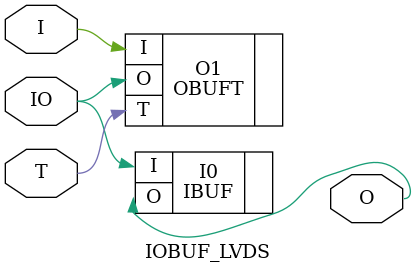
<source format=v>


`timescale  1 ps / 1 ps


module IOBUF_LVDS (O, IO, I, T);

    output O;

    inout  IO;

    input  I, T;

        OBUFT #(.IOSTANDARD("LVDS") ) O1 (.O(IO), .I(I), .T(T)); 
	IBUF #(.IOSTANDARD("LVDS"))  I0 (.O(O), .I(IO));
        

endmodule



</source>
